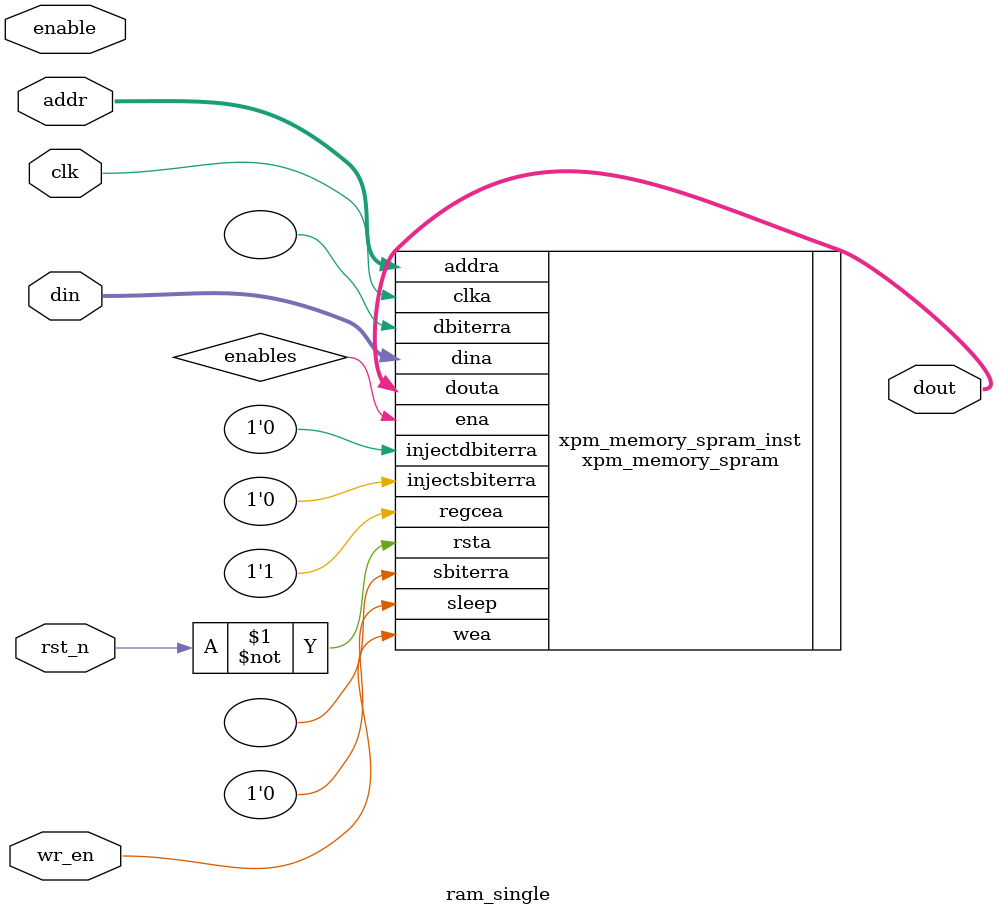
<source format=sv>

`timescale 1ns/1ps

module ram_single #(
    parameter DATA_WIDTH        = 32,
    parameter BYTE_WRITE_WIDTH  = 32,
    parameter ADDR_WIDTH        = 6,
    parameter READ_LATENCY      = 2,
    parameter WRITE_MODE        = "write_first"
) (
    input   clk,
    input   rst_n,
    input   enable,
    input  [DATA_WIDTH/BYTE_WRITE_WIDTH-1:0]    wr_en,
    input  [DATA_WIDTH-1:0]                     din,
    input  [ADDR_WIDTH-1:0]                     addr,
    output [DATA_WIDTH-1:0]                     dout
);

xpm_memory_spram #(
    .ADDR_WIDTH_A           (   ADDR_WIDTH  ),
    .AUTO_SLEEP_TIME        (   0           ),
    .BYTE_WRITE_WIDTH_A     (   8           ),
    .CASCADE_HEIGHT         (   0           ),
    .ECC_MODE               (   "no_ecc"    ),
    .MEMORY_INIT_FILE       (   "none"      ),
    .MEMORY_INIT_PARAM      (   "0"         ),
    .MEMORY_OPTIMIZATION    (   "true"      ),
    .MEMORY_PRIMITIVE       (   "auto"      ),
    .MEMORY_SIZE            (   2**ADDR_WIDTH * DATA_WIDTH), 
    .MESSAGE_CONTROL        (   0           ),
    .READ_DATA_WIDTH_A      (   DATA_WIDTH  ),
    .READ_LATENCY_A         (   READ_LATENCY),
    .READ_RESET_VALUE_A     (   "0"         ),
    .RST_MODE_A             (   "SYNC"      ),
    .SIM_ASSERT_CHK         (   0           ),
    .USE_MEM_INIT           (   1           ),
    .USE_MEM_INIT_MMI       (   0           ),
    .WAKEUP_TIME            (   "disable_sleep" ),
    .WRITE_DATA_WIDTH_A     (   DATA_WIDTH  ),
    .WRITE_MODE_A           (   WRITE_MODE      ),
    .WRITE_PROTECT          (   1               ) 
)
xpm_memory_spram_inst (
    .dbiterra(),                // 1-bit output: Status signal to indicate double bit error occurrence
                                // on the data output of port A.

    .douta(dout),               // READ_DATA_WIDTH_A-bit output: Data output for port A read operations.
    .sbiterra(),                // 1-bit output: Status signal to indicate single bit error occurrence
                                // on the data output of port A.

    .addra(addr),               // ADDR_WIDTH_A-bit input: Address for port A write and read operations.
    .clka(clk),                 // 1-bit input: Clock signal for port A.
    .dina(din),                 // WRITE_DATA_WIDTH_A-bit input: Data input for port A write operations.
    .ena(enables),              // 1-bit input: Memory enable signal for port A. Must be high on clock
                                // cycles when read or write operations are initiated. Pipelined
                                // internally.

    .injectdbiterra(1'b0),      // 1-bit input: Controls double bit error injection on input data when
                                // ECC enabled (Error injection capability is not available in
                                // "decode_only" mode).

    .injectsbiterra(1'b0),      // 1-bit input: Controls single bit error injection on input data when
                                // ECC enabled (Error injection capability is not available in
                                // "decode_only" mode).

    .regcea(1'b1),              // 1-bit input: Clock Enable for the last register stage on the output
                                // data path.

    .rsta(~rst_n),              // 1-bit input: Reset signal for the final port A output register stage.
                                // Synchronously resets output port douta to the value specified by
                                // parameter READ_RESET_VALUE_A.

    .sleep(1'b0),               // 1-bit input: sleep signal to enable the dynamic power saving feature.
    .wea(wr_en)                 // WRITE_DATA_WIDTH_A/BYTE_WRITE_WIDTH_A-bit input: Write enable vector
                                // for port A input data port dina. 1 bit wide when word-wide writes are
                                // used. In byte-wide write configurations, each bit controls the
                                // writing one byte of dina to address addra. For example, to
                                // synchronously write only bits [15-8] of dina when WRITE_DATA_WIDTH_A
                                // is 32, wea would be 4'b0010.
);
endmodule

// XPM_MEMORY instantiation template for Single Port RAM configurations
// Refer to the targeted device family architecture libraries guide for XPM_MEMORY documentation
// =======================================================================================================================

// Parameter usage table, organized as follows:
// +---------------------------------------------------------------------------------------------------------------------+
// | Parameter name       | Data type          | Restrictions, if applicable                                             |
// |---------------------------------------------------------------------------------------------------------------------|
// | Description                                                                                                         |
// +---------------------------------------------------------------------------------------------------------------------+
// +---------------------------------------------------------------------------------------------------------------------+
// | ADDR_WIDTH_A         | Integer            | Range: 1 - 20. Default value = 6.                                       |
// |---------------------------------------------------------------------------------------------------------------------|
// | Specify the width of the port A address port addra, in bits.                                                        |
// | Must be large enough to access the entire memory from port A, i.e. &gt;= $clog2(MEMORY_SIZE/[WRITE|READ]_DATA_WIDTH_A).|
// +---------------------------------------------------------------------------------------------------------------------+
// | AUTO_SLEEP_TIME      | Integer            | Range: 0 - 15. Default value = 0.                                       |
// |---------------------------------------------------------------------------------------------------------------------|
// | Specify the number of clka cycles to auto-sleep, if feature is available in architecture.                           |
// |                                                                                                                     |
// | 0 - Disable auto-sleep feature                                                                                      |
// | 3-15 - Number of auto-sleep latency cycles                                                                          |
// |                                                                                                                     |
// | Do not change from the value provided in the template instantiation.                                                |
// +---------------------------------------------------------------------------------------------------------------------+
// | BYTE_WRITE_WIDTH_A   | Integer            | Range: 1 - 4608. Default value = 32.                                    |
// |---------------------------------------------------------------------------------------------------------------------|
// | To enable byte-wide writes on port A, specify the byte width, in bits.                                              |
// |                                                                                                                     |
// | 8- 8-bit byte-wide writes, legal when WRITE_DATA_WIDTH_A is an integer multiple of 8                                |
// | 9- 9-bit byte-wide writes, legal when WRITE_DATA_WIDTH_A is an integer multiple of 9                                |
// |                                                                                                                     |
// | Or to enable word-wide writes on port A, specify the same value as for WRITE_DATA_WIDTH_A.                          |
// +---------------------------------------------------------------------------------------------------------------------+
// | CASCADE_HEIGHT       | Integer            | Range: 0 - 64. Default value = 0.                                       |
// |---------------------------------------------------------------------------------------------------------------------|
// | 0- No Cascade Height, Allow Vivado Synthesis to choose.                                                             |
// | 1 or more - Vivado Synthesis sets the specified value as Cascade Height.                                            |
// +---------------------------------------------------------------------------------------------------------------------+
// | ECC_MODE             | String             | Allowed values: no_ecc, both_encode_and_decode, decode_only, encode_only. Default value = no_ecc.|
// |---------------------------------------------------------------------------------------------------------------------|
// |                                                                                                                     |
// |   "no_ecc" - Disables ECC                                                                                           |
// |   "encode_only" - Enables ECC Encoder only                                                                          |
// |   "decode_only" - Enables ECC Decoder only                                                                          |
// |   "both_encode_and_decode" - Enables both ECC Encoder and Decoder                                                   |
// +---------------------------------------------------------------------------------------------------------------------+
// | MEMORY_INIT_FILE     | String             | Default value = none.                                                   |
// |---------------------------------------------------------------------------------------------------------------------|
// | Specify "none" (including quotes) for no memory initialization, or specify the name of a memory initialization file-|
// | Enter only the name of the file with .mem extension, including quotes but without path (e.g. "my_file.mem").        |
// | File format must be ASCII and consist of only hexadecimal values organized into the specified depth by              |
// | narrowest data width generic value of the memory. Initialization of memory happens through the file name specified only when parameter|
// | MEMORY_INIT_PARAM value is equal to "".                                                                             |
// | When using XPM_MEMORY in a project, add the specified file to the Vivado project as a design source.                |
// +---------------------------------------------------------------------------------------------------------------------+
// | MEMORY_INIT_PARAM    | String             | Default value = 0.                                                      |
// |---------------------------------------------------------------------------------------------------------------------|
// | Specify "" or "0" (including quotes) for no memory initialization through parameter, or specify the string          |
// | containing the hex characters. Enter only hex characters with each location separated by delimiter (,).             |
// | Parameter format must be ASCII and consist of only hexadecimal values organized into the specified depth by         |
// | narrowest data width generic value of the memory.For example, if the narrowest data width is 8, and the depth of    |
// | memory is 8 locations, then the parameter value should be passed as shown below.                                    |
// | parameter MEMORY_INIT_PARAM = "AB,CD,EF,1,2,34,56,78"                                                               |
// | Where "AB" is the 0th location and "78" is the 7th location.                                                        |
// +---------------------------------------------------------------------------------------------------------------------+
// | MEMORY_OPTIMIZATION  | String             | Allowed values: true, false. Default value = true.                      |
// |---------------------------------------------------------------------------------------------------------------------|
// | Specify "true" to enable the optimization of unused memory or bits in the memory structure. Specify "false" to      |
// | disable the optimization of unused memory or bits in the memory structure.                                          |
// +---------------------------------------------------------------------------------------------------------------------+
// | MEMORY_PRIMITIVE     | String             | Allowed values: auto, block, distributed, mixed, ultra. Default value = auto.|
// |---------------------------------------------------------------------------------------------------------------------|
// | Designate the memory primitive (resource type) to use.                                                              |
// |                                                                                                                     |
// |   "auto"- Allow Vivado Synthesis to choose                                                                          |
// |   "distributed"- Distributed memory                                                                                 |
// |   "block"- Block memory                                                                                             |
// |   "ultra"- Ultra RAM memory                                                                                         |
// |   "mixed"- Mixed memory                                                                                             |
// |                                                                                                                     |
// | NOTE: There may be a behavior mismatch if Block RAM or Ultra RAM specific features, like ECC or Asymmetry, are selected with MEMORY_PRIMITIVE set to "auto".|
// +---------------------------------------------------------------------------------------------------------------------+
// | MEMORY_SIZE          | Integer            | Range: 2 - 150994944. Default value = 2048.                             |
// |---------------------------------------------------------------------------------------------------------------------|
// | Specify the total memory array size, in bits.                                                                       |
// | For example, enter 65536 for a 2kx32 RAM.                                                                           |
// |                                                                                                                     |
// |   When ECC is enabled and set to "encode_only", then the memory size has to be multiples of READ_DATA_WIDTH_A       |
// |   When ECC is enabled and set to "decode_only", then the memory size has to be multiples of WRITE_DATA_WIDTH_A      |
// +---------------------------------------------------------------------------------------------------------------------+
// | MESSAGE_CONTROL      | Integer            | Range: 0 - 1. Default value = 0.                                        |
// |---------------------------------------------------------------------------------------------------------------------|
// | Specify 1 to enable the dynamic message reporting such as collision warnings, and 0 to disable the message reporting|
// +---------------------------------------------------------------------------------------------------------------------+
// | READ_DATA_WIDTH_A    | Integer            | Range: 1 - 4608. Default value = 32.                                    |
// |---------------------------------------------------------------------------------------------------------------------|
// | Specify the width of the port A read data output port douta, in bits.                                               |
// | The values of READ_DATA_WIDTH_A and WRITE_DATA_WIDTH_A must be equal.                                               |
// | When ECC is enabled and set to "encode_only", then READ_DATA_WIDTH_A has to be multiples of 72-bits.                |
// | When ECC is enabled and set to "decode_only" or "both_encode_and_decode", then READ_DATA_WIDTH_A has to be          |
// | multiples of 64-bits.                                                                                               |
// +---------------------------------------------------------------------------------------------------------------------+
// | READ_LATENCY_A       | Integer            | Range: 0 - 100. Default value = 2.                                      |
// |---------------------------------------------------------------------------------------------------------------------|
// | Specify the number of register stages in the port A read data pipeline. Read data output to port douta takes this   |
// | number of clka cycles.                                                                                              |
// |                                                                                                                     |
// | To target block memory, a value of 1 or larger is required- 1 causes use of memory latch only; 2 causes use of      |
// | output register.                                                                                                    |
// | To target distributed memory, a value of 0 or larger is required- 0 indicates combinatorial output.                 |
// | Values larger than 2 synthesize additional flip-flops that are not retimed into memory primitives.                  |
// +---------------------------------------------------------------------------------------------------------------------+
// | READ_RESET_VALUE_A   | String             | Default value = 0.                                                      |
// |---------------------------------------------------------------------------------------------------------------------|
// | Specify the reset value of the port A final output register stage in response to rsta input port is assertion.      |
// | Since this parameter is a string, you must specify the hex values inside double quotes. For example,                |
// | If the read data width is 8, then specify READ_RESET_VALUE_A = "EA";                                                |
// | When ECC is enabled, then reset value is not supported.                                                             |
// +---------------------------------------------------------------------------------------------------------------------+
// | RST_MODE_A           | String             | Allowed values: SYNC, ASYNC. Default value = SYNC.                      |
// |---------------------------------------------------------------------------------------------------------------------|
// | Describes the behaviour of the reset                                                                                |
// |                                                                                                                     |
// |   "SYNC" - when reset is applied, synchronously resets output port douta to the value specified by parameter READ_RESET_VALUE_A|
// |   "ASYNC" - when reset is applied, asynchronously resets output port douta to zero                                  |
// +---------------------------------------------------------------------------------------------------------------------+
// | SIM_ASSERT_CHK       | Integer            | Range: 0 - 1. Default value = 0.                                        |
// |---------------------------------------------------------------------------------------------------------------------|
// | 0- Disable simulation message reporting. Messages related to potential misuse will not be reported.                 |
// | 1- Enable simulation message reporting. Messages related to potential misuse will be reported.                      |
// +---------------------------------------------------------------------------------------------------------------------+
// | USE_MEM_INIT         | Integer            | Range: 0 - 1. Default value = 1.                                        |
// |---------------------------------------------------------------------------------------------------------------------|
// | Specify 1 to enable the generation of below message and 0 to disable generation of the following message completely.|
// | "INFO - MEMORY_INIT_FILE and MEMORY_INIT_PARAM together specifies no memory initialization.                         |
// | Initial memory contents will be all 0s."                                                                            |
// | NOTE: This message gets generated only when there is no Memory Initialization specified either through file or      |
// | Parameter.                                                                                                          |
// +---------------------------------------------------------------------------------------------------------------------+
// | USE_MEM_INIT_MMI     | Integer            | Range: 0 - 1. Default value = 0.                                        |
// |---------------------------------------------------------------------------------------------------------------------|
// | Specify 1 to expose this memory information to be written out in the MMI file.                                      |
// +---------------------------------------------------------------------------------------------------------------------+
// | WAKEUP_TIME          | String             | Allowed values: disable_sleep, use_sleep_pin. Default value = disable_sleep.|
// |---------------------------------------------------------------------------------------------------------------------|
// | Specify "disable_sleep" to disable dynamic power saving option, and specify "use_sleep_pin" to enable the           |
// | dynamic power saving option                                                                                         |
// +---------------------------------------------------------------------------------------------------------------------+
// | WRITE_DATA_WIDTH_A   | Integer            | Range: 1 - 4608. Default value = 32.                                    |
// |---------------------------------------------------------------------------------------------------------------------|
// | Specify the width of the port A write data input port dina, in bits.                                                |
// | The values of WRITE_DATA_WIDTH_A and READ_DATA_WIDTH_A must be equal.                                               |
// | When ECC is enabled and set to "encode_only" or "both_encode_and_decode", then WRITE_DATA_WIDTH_A must be           |
// | multiples of 64-bits.                                                                                               |
// | When ECC is enabled and set to "decode_only", then WRITE_DATA_WIDTH_A must be multiples of 72-bits.                 |
// +---------------------------------------------------------------------------------------------------------------------+
// | WRITE_MODE_A         | String             | Allowed values: read_first, no_change, write_first. Default value = read_first.|
// |---------------------------------------------------------------------------------------------------------------------|
// | Write mode behavior for port A output data port, douta.                                                             |
// +---------------------------------------------------------------------------------------------------------------------+
// | WRITE_PROTECT        | Integer            | Range: 0 - 1. Default value = 1.                                        |
// |---------------------------------------------------------------------------------------------------------------------|
// | Default value is 1, means write is protected through enable and write enable and hence the LUT is placed before the memory. This is the default behaviour to access memory.|
// | When 0, disables write protection. Write enable (WE) directly connected to memory.                                  |
// | NOTE: Disable this option only if the advanced users can guarantee that the write enable (WE) cannot be given without enable (EN).|
// +---------------------------------------------------------------------------------------------------------------------+

// Port usage table, organized as follows:
// +---------------------------------------------------------------------------------------------------------------------+
// | Port name      | Direction | Size, in bits                         | Domain  | Sense       | Handling if unused     |
// |---------------------------------------------------------------------------------------------------------------------|
// | Description                                                                                                         |
// +---------------------------------------------------------------------------------------------------------------------+
// +---------------------------------------------------------------------------------------------------------------------+
// | addra          | Input     | ADDR_WIDTH_A                          | clka    | NA          | Required               |
// |---------------------------------------------------------------------------------------------------------------------|
// | Address for port A write and read operations.                                                                       |
// +---------------------------------------------------------------------------------------------------------------------+
// | clka           | Input     | 1                                     | NA      | Rising edge | Required               |
// |---------------------------------------------------------------------------------------------------------------------|
// | Clock signal for port A.                                                                                            |
// +---------------------------------------------------------------------------------------------------------------------+
// | dbiterra       | Output    | 1                                     | clka    | Active-high | DoNotCare              |
// |---------------------------------------------------------------------------------------------------------------------|
// | Status signal to indicate double bit error occurrence on the data output of port A.                                 |
// +---------------------------------------------------------------------------------------------------------------------+
// | dina           | Input     | WRITE_DATA_WIDTH_A                    | clka    | NA          | Required               |
// |---------------------------------------------------------------------------------------------------------------------|
// | Data input for port A write operations.                                                                             |
// +---------------------------------------------------------------------------------------------------------------------+
// | douta          | Output    | READ_DATA_WIDTH_A                     | clka    | NA          | Required               |
// |---------------------------------------------------------------------------------------------------------------------|
// | Data output for port A read operations.                                                                             |
// +---------------------------------------------------------------------------------------------------------------------+
// | ena            | Input     | 1                                     | clka    | Active-high | Required               |
// |---------------------------------------------------------------------------------------------------------------------|
// | Memory enable signal for port A.                                                                                    |
// | Must be high on clock cycles when read or write operations are initiated. Pipelined internally.                     |
// +---------------------------------------------------------------------------------------------------------------------+
// | injectdbiterra | Input     | 1                                     | clka    | Active-high | Tie to 1'b0            |
// |---------------------------------------------------------------------------------------------------------------------|
// | Controls double bit error injection on input data when ECC enabled (Error injection capability is not available in  |
// | "decode_only" mode).                                                                                                |
// +---------------------------------------------------------------------------------------------------------------------+
// | injectsbiterra | Input     | 1                                     | clka    | Active-high | Tie to 1'b0            |
// |---------------------------------------------------------------------------------------------------------------------|
// | Controls single bit error injection on input data when ECC enabled (Error injection capability is not available in  |
// | "decode_only" mode).                                                                                                |
// +---------------------------------------------------------------------------------------------------------------------+
// | regcea         | Input     | 1                                     | clka    | Active-high | Tie to 1'b1            |
// |---------------------------------------------------------------------------------------------------------------------|
// | Clock Enable for the last register stage on the output data path.                                                   |
// +---------------------------------------------------------------------------------------------------------------------+
// | rsta           | Input     | 1                                     | clka    | Active-high | Required               |
// |---------------------------------------------------------------------------------------------------------------------|
// | Reset signal for the final port A output register stage.                                                            |
// | Synchronously resets output port douta to the value specified by parameter READ_RESET_VALUE_A.                      |
// +---------------------------------------------------------------------------------------------------------------------+
// | sbiterra       | Output    | 1                                     | clka    | Active-high | DoNotCare              |
// |---------------------------------------------------------------------------------------------------------------------|
// | Status signal to indicate single bit error occurrence on the data output of port A.                                 |
// +---------------------------------------------------------------------------------------------------------------------+
// | sleep          | Input     | 1                                     | NA      | Active-high | Tie to 1'b0            |
// |---------------------------------------------------------------------------------------------------------------------|
// | sleep signal to enable the dynamic power saving feature.                                                            |
// +---------------------------------------------------------------------------------------------------------------------+
// | wea            | Input     | WRITE_DATA_WIDTH_A/BYTE_WRITE_WIDTH_A | clka    | Active-high | Required               |
// |---------------------------------------------------------------------------------------------------------------------|
// | Write enable vector for port A input data port dina. 1 bit wide when word-wide writes are used.                     |
// | In byte-wide write configurations, each bit controls the writing one byte of dina to address addra.                 |
// | For example, to synchronously write only bits [15-8] of dina when WRITE_DATA_WIDTH_A is 32, wea would be 4'b0010.   |
// +---------------------------------------------------------------------------------------------------------------------+
	
				
</source>
